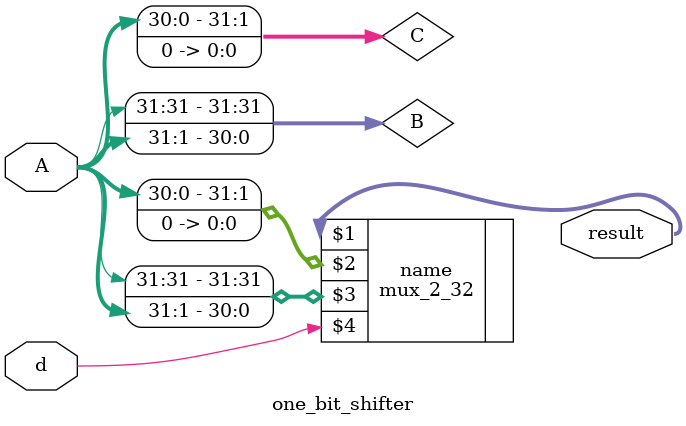
<source format=v>
module one_bit_shifter(A, d, result);
	
	input [31:0] A;
	input d;
	output[31:0] result;
	wire [31:0] B, C;

	assign B[31] = A[31];
	assign B[30] = A[31];
	assign B[29] = A[30];
	assign B[28] = A[29]; 
	assign B[27] = A[28];
	assign B[26] = A[27]; 
	assign B[25] = A[26];
	assign B[24] = A[25]; 
	assign B[23] = A[24];
	assign B[22] = A[23]; 
	assign B[21] = A[22];
	assign B[20] = A[21]; 
	assign B[19] = A[20];
	assign B[18] = A[19]; 
	assign B[17] = A[18];
	assign B[16] = A[17]; 
	assign B[15] = A[16];
	assign B[14] = A[15]; 
	assign B[13] = A[14];
	assign B[12] = A[13]; 
	assign B[11] = A[12];
	assign B[10] = A[11]; 
	assign B[9] = A[10];
	assign B[8] = A[9]; 
	assign B[7] = A[8];
	assign B[6] = A[7]; 
	assign B[5] = A[6];
	assign B[4] = A[5];
	assign B[3] = A[4];
	assign B[2] = A[3]; 
	assign B[1] = A[2];
	assign B[0] = A[1]; 

	assign C[31] = A[30];
	assign C[30] = A[29];
	assign C[29] = A[28];
	assign C[28] = A[27]; 
	assign C[27] = A[26];
	assign C[26] = A[25]; 
	assign C[25] = A[24];
	assign C[24] = A[23]; 
	assign C[23] = A[22];
	assign C[22] = A[21]; 
	assign C[21] = A[20];
	assign C[20] = A[19]; 
	assign C[19] = A[18];
	assign C[18] = A[17]; 
	assign C[17] = A[16];
	assign C[16] = A[15]; 
	assign C[15] = A[14];
	assign C[14] = A[13]; 
	assign C[13] = A[12];
	assign C[12] = A[11]; 
	assign C[11] = A[10];
	assign C[10] = A[9]; 
	assign C[9] = A[8];
	assign C[8] = A[7]; 
	assign C[7] = A[6];
	assign C[6] = A[5]; 
	assign C[5] = A[4];
	assign C[4] = A[3];
	assign C[3] = A[2];
	assign C[2] = A[1]; 
	assign C[1] = A[0];
	assign C[0] = 1'b0; 

	mux_2_32 name(result, C, B, d);

endmodule
</source>
